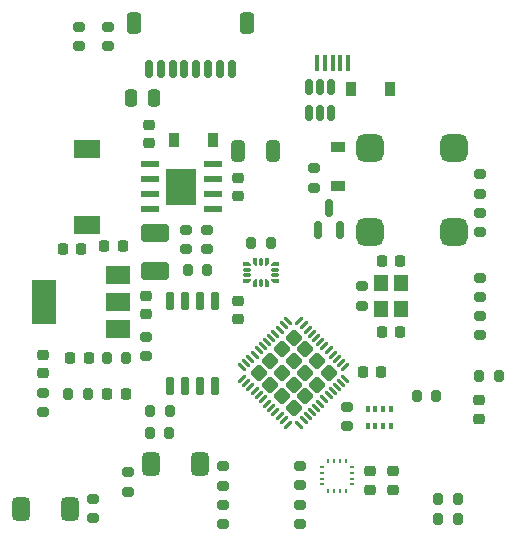
<source format=gbr>
%TF.GenerationSoftware,KiCad,Pcbnew,(6.0.1)*%
%TF.CreationDate,2022-04-25T14:18:17+03:00*%
%TF.ProjectId,fcb,6663622e-6b69-4636-9164-5f7063625858,0*%
%TF.SameCoordinates,Original*%
%TF.FileFunction,Paste,Top*%
%TF.FilePolarity,Positive*%
%FSLAX46Y46*%
G04 Gerber Fmt 4.6, Leading zero omitted, Abs format (unit mm)*
G04 Created by KiCad (PCBNEW (6.0.1)) date 2022-04-25 14:18:17*
%MOMM*%
%LPD*%
G01*
G04 APERTURE LIST*
G04 Aperture macros list*
%AMRoundRect*
0 Rectangle with rounded corners*
0 $1 Rounding radius*
0 $2 $3 $4 $5 $6 $7 $8 $9 X,Y pos of 4 corners*
0 Add a 4 corners polygon primitive as box body*
4,1,4,$2,$3,$4,$5,$6,$7,$8,$9,$2,$3,0*
0 Add four circle primitives for the rounded corners*
1,1,$1+$1,$2,$3*
1,1,$1+$1,$4,$5*
1,1,$1+$1,$6,$7*
1,1,$1+$1,$8,$9*
0 Add four rect primitives between the rounded corners*
20,1,$1+$1,$2,$3,$4,$5,0*
20,1,$1+$1,$4,$5,$6,$7,0*
20,1,$1+$1,$6,$7,$8,$9,0*
20,1,$1+$1,$8,$9,$2,$3,0*%
%AMFreePoly0*
4,1,48,0.134742,0.310782,0.138024,0.311361,0.140910,0.309695,0.150652,0.307977,0.165579,0.295451,0.182453,0.285709,0.184767,0.279350,0.189952,0.275000,0.193336,0.255809,0.200000,0.237500,0.200000,-0.237500,0.198282,-0.247242,0.198861,-0.250524,0.197195,-0.253410,0.195477,-0.263152,0.182951,-0.278079,0.173209,-0.294953,0.166850,-0.297267,0.162500,-0.302452,0.143309,-0.305836,
0.125000,-0.312500,0.081066,-0.312500,0.076480,-0.311691,0.074529,-0.312214,0.071540,-0.310820,0.055414,-0.307977,0.042871,-0.297452,0.028033,-0.290533,-0.178033,-0.084467,-0.180703,-0.080653,-0.182453,-0.079643,-0.183581,-0.076543,-0.192973,-0.063130,-0.194400,-0.046819,-0.200000,-0.031434,-0.200000,0.237500,-0.198282,0.247242,-0.198861,0.250524,-0.197195,0.253410,-0.195477,0.263152,
-0.182951,0.278079,-0.173209,0.294953,-0.166850,0.297267,-0.162500,0.302452,-0.143309,0.305836,-0.125000,0.312500,0.125000,0.312500,0.134742,0.310782,0.134742,0.310782,$1*%
%AMFreePoly1*
4,1,48,0.134742,0.310782,0.138024,0.311361,0.140910,0.309695,0.150652,0.307977,0.165579,0.295451,0.182453,0.285709,0.184767,0.279350,0.189952,0.275000,0.193336,0.255809,0.200000,0.237500,0.200000,-0.031434,0.199191,-0.036020,0.199714,-0.037971,0.198320,-0.040960,0.195477,-0.057086,0.184952,-0.069629,0.178033,-0.084467,-0.028033,-0.290533,-0.031847,-0.293203,-0.032857,-0.294953,
-0.035957,-0.296081,-0.049370,-0.305473,-0.065681,-0.306900,-0.081066,-0.312500,-0.125000,-0.312500,-0.134742,-0.310782,-0.138024,-0.311361,-0.140910,-0.309695,-0.150652,-0.307977,-0.165579,-0.295451,-0.182453,-0.285709,-0.184767,-0.279350,-0.189952,-0.275000,-0.193336,-0.255809,-0.200000,-0.237500,-0.200000,0.237500,-0.198282,0.247242,-0.198861,0.250524,-0.197195,0.253410,-0.195477,0.263152,
-0.182951,0.278079,-0.173209,0.294953,-0.166850,0.297267,-0.162500,0.302452,-0.143309,0.305836,-0.125000,0.312500,0.125000,0.312500,0.134742,0.310782,0.134742,0.310782,$1*%
%AMFreePoly2*
4,1,48,0.247242,0.198282,0.250524,0.198861,0.253410,0.197195,0.263152,0.195477,0.278079,0.182951,0.294953,0.173209,0.297267,0.166850,0.302452,0.162500,0.305836,0.143309,0.312500,0.125000,0.312500,-0.125000,0.310782,-0.134742,0.311361,-0.138024,0.309695,-0.140910,0.307977,-0.150652,0.295451,-0.165579,0.285709,-0.182453,0.279350,-0.184767,0.275000,-0.189952,0.255809,-0.193336,
0.237500,-0.200000,-0.237500,-0.200000,-0.247242,-0.198282,-0.250524,-0.198861,-0.253410,-0.197195,-0.263152,-0.195477,-0.278079,-0.182951,-0.294953,-0.173209,-0.297267,-0.166850,-0.302452,-0.162500,-0.305836,-0.143309,-0.312500,-0.125000,-0.312500,-0.081066,-0.311691,-0.076480,-0.312214,-0.074530,-0.310821,-0.071542,-0.307977,-0.055414,-0.297451,-0.042870,-0.290533,-0.028033,-0.084467,0.178033,
-0.080653,0.180703,-0.079643,0.182453,-0.076543,0.183581,-0.063130,0.192973,-0.046820,0.194400,-0.031434,0.200000,0.237500,0.200000,0.247242,0.198282,0.247242,0.198282,$1*%
%AMFreePoly3*
4,1,48,0.247242,0.198282,0.250524,0.198861,0.253410,0.197195,0.263152,0.195477,0.278079,0.182951,0.294953,0.173209,0.297267,0.166850,0.302452,0.162500,0.305836,0.143309,0.312500,0.125000,0.312500,-0.125000,0.310782,-0.134742,0.311361,-0.138024,0.309695,-0.140910,0.307977,-0.150652,0.295451,-0.165579,0.285709,-0.182453,0.279350,-0.184767,0.275000,-0.189952,0.255809,-0.193336,
0.237500,-0.200000,-0.031434,-0.200000,-0.036020,-0.199191,-0.037971,-0.199714,-0.040960,-0.198320,-0.057086,-0.195477,-0.069629,-0.184952,-0.084467,-0.178033,-0.290533,0.028033,-0.293203,0.031847,-0.294953,0.032857,-0.296081,0.035957,-0.305473,0.049370,-0.306900,0.065681,-0.312500,0.081066,-0.312500,0.125000,-0.310782,0.134742,-0.311361,0.138024,-0.309695,0.140910,-0.307977,0.150652,
-0.295451,0.165579,-0.285709,0.182453,-0.279350,0.184767,-0.275000,0.189952,-0.255809,0.193336,-0.237500,0.200000,0.237500,0.200000,0.247242,0.198282,0.247242,0.198282,$1*%
%AMFreePoly4*
4,1,48,-0.076480,0.311691,-0.074530,0.312214,-0.071542,0.310821,-0.055414,0.307977,-0.042870,0.297451,-0.028033,0.290533,0.178033,0.084467,0.180703,0.080653,0.182453,0.079643,0.183581,0.076543,0.192973,0.063130,0.194400,0.046820,0.200000,0.031434,0.200000,-0.237500,0.198282,-0.247242,0.198861,-0.250524,0.197195,-0.253410,0.195477,-0.263152,0.182951,-0.278079,0.173209,-0.294953,
0.166850,-0.297267,0.162500,-0.302452,0.143309,-0.305836,0.125000,-0.312500,-0.125000,-0.312500,-0.134742,-0.310782,-0.138024,-0.311361,-0.140910,-0.309695,-0.150652,-0.307977,-0.165579,-0.295451,-0.182453,-0.285709,-0.184767,-0.279350,-0.189952,-0.275000,-0.193336,-0.255809,-0.200000,-0.237500,-0.200000,0.237500,-0.198282,0.247242,-0.198861,0.250524,-0.197195,0.253410,-0.195477,0.263152,
-0.182951,0.278079,-0.173209,0.294953,-0.166850,0.297267,-0.162500,0.302452,-0.143309,0.305836,-0.125000,0.312500,-0.081066,0.312500,-0.076480,0.311691,-0.076480,0.311691,$1*%
%AMFreePoly5*
4,1,48,0.134742,0.310782,0.138024,0.311361,0.140910,0.309695,0.150652,0.307977,0.165579,0.295451,0.182453,0.285709,0.184767,0.279350,0.189952,0.275000,0.193336,0.255809,0.200000,0.237500,0.200000,-0.237500,0.198282,-0.247242,0.198861,-0.250524,0.197195,-0.253410,0.195477,-0.263152,0.182951,-0.278079,0.173209,-0.294953,0.166850,-0.297267,0.162500,-0.302452,0.143309,-0.305836,
0.125000,-0.312500,-0.125000,-0.312500,-0.134742,-0.310782,-0.138024,-0.311361,-0.140910,-0.309695,-0.150652,-0.307977,-0.165579,-0.295451,-0.182453,-0.285709,-0.184767,-0.279350,-0.189952,-0.275000,-0.193336,-0.255809,-0.200000,-0.237500,-0.200000,0.031434,-0.199191,0.036020,-0.199714,0.037970,-0.198321,0.040958,-0.195477,0.057086,-0.184951,0.069630,-0.178033,0.084467,0.028033,0.290533,
0.031847,0.293203,0.032857,0.294953,0.035957,0.296081,0.049370,0.305473,0.065680,0.306900,0.081066,0.312500,0.125000,0.312500,0.134742,0.310782,0.134742,0.310782,$1*%
%AMFreePoly6*
4,1,48,0.247242,0.198282,0.250524,0.198861,0.253410,0.197195,0.263152,0.195477,0.278079,0.182951,0.294953,0.173209,0.297267,0.166850,0.302452,0.162500,0.305836,0.143309,0.312500,0.125000,0.312500,0.081066,0.311691,0.076480,0.312214,0.074529,0.310820,0.071540,0.307977,0.055414,0.297452,0.042871,0.290533,0.028033,0.084467,-0.178033,0.080653,-0.180703,0.079643,-0.182453,
0.076543,-0.183581,0.063130,-0.192973,0.046819,-0.194400,0.031434,-0.200000,-0.237500,-0.200000,-0.247242,-0.198282,-0.250524,-0.198861,-0.253410,-0.197195,-0.263152,-0.195477,-0.278079,-0.182951,-0.294953,-0.173209,-0.297267,-0.166850,-0.302452,-0.162500,-0.305836,-0.143309,-0.312500,-0.125000,-0.312500,0.125000,-0.310782,0.134742,-0.311361,0.138024,-0.309695,0.140910,-0.307977,0.150652,
-0.295451,0.165579,-0.285709,0.182453,-0.279350,0.184767,-0.275000,0.189952,-0.255809,0.193336,-0.237500,0.200000,0.237500,0.200000,0.247242,0.198282,0.247242,0.198282,$1*%
%AMFreePoly7*
4,1,48,0.036020,0.199191,0.037970,0.199714,0.040958,0.198321,0.057086,0.195477,0.069630,0.184951,0.084467,0.178033,0.290533,-0.028033,0.293203,-0.031847,0.294953,-0.032857,0.296081,-0.035957,0.305473,-0.049370,0.306900,-0.065680,0.312500,-0.081066,0.312500,-0.125000,0.310782,-0.134742,0.311361,-0.138024,0.309695,-0.140910,0.307977,-0.150652,0.295451,-0.165579,0.285709,-0.182453,
0.279350,-0.184767,0.275000,-0.189952,0.255809,-0.193336,0.237500,-0.200000,-0.237500,-0.200000,-0.247242,-0.198282,-0.250524,-0.198861,-0.253410,-0.197195,-0.263152,-0.195477,-0.278079,-0.182951,-0.294953,-0.173209,-0.297267,-0.166850,-0.302452,-0.162500,-0.305836,-0.143309,-0.312500,-0.125000,-0.312500,0.125000,-0.310782,0.134742,-0.311361,0.138024,-0.309695,0.140910,-0.307977,0.150652,
-0.295451,0.165579,-0.285709,0.182453,-0.279350,0.184767,-0.275000,0.189952,-0.255809,0.193336,-0.237500,0.200000,0.031434,0.200000,0.036020,0.199191,0.036020,0.199191,$1*%
G04 Aperture macros list end*
%ADD10RoundRect,0.200000X-0.200000X-0.275000X0.200000X-0.275000X0.200000X0.275000X-0.200000X0.275000X0*%
%ADD11RoundRect,0.225000X0.250000X-0.225000X0.250000X0.225000X-0.250000X0.225000X-0.250000X-0.225000X0*%
%ADD12RoundRect,0.200000X0.200000X0.275000X-0.200000X0.275000X-0.200000X-0.275000X0.200000X-0.275000X0*%
%ADD13RoundRect,0.200000X0.275000X-0.200000X0.275000X0.200000X-0.275000X0.200000X-0.275000X-0.200000X0*%
%ADD14R,0.350000X0.500000*%
%ADD15RoundRect,0.200000X-0.275000X0.200000X-0.275000X-0.200000X0.275000X-0.200000X0.275000X0.200000X0*%
%ADD16RoundRect,0.150000X0.150000X-0.587500X0.150000X0.587500X-0.150000X0.587500X-0.150000X-0.587500X0*%
%ADD17RoundRect,0.150000X0.150000X-0.650000X0.150000X0.650000X-0.150000X0.650000X-0.150000X-0.650000X0*%
%ADD18RoundRect,0.062500X-0.220971X0.309359X-0.309359X0.220971X0.220971X-0.309359X0.309359X-0.220971X0*%
%ADD19RoundRect,0.062500X0.220971X0.309359X-0.309359X-0.220971X-0.220971X-0.309359X0.309359X0.220971X0*%
%ADD20RoundRect,0.250000X0.000000X0.445477X-0.445477X0.000000X0.000000X-0.445477X0.445477X0.000000X0*%
%ADD21R,1.200000X0.900000*%
%ADD22RoundRect,0.250001X0.924999X-0.499999X0.924999X0.499999X-0.924999X0.499999X-0.924999X-0.499999X0*%
%ADD23R,2.600000X3.100000*%
%ADD24R,1.550000X0.600000*%
%ADD25RoundRect,0.225000X-0.250000X0.225000X-0.250000X-0.225000X0.250000X-0.225000X0.250000X0.225000X0*%
%ADD26RoundRect,0.062500X-0.062500X0.100000X-0.062500X-0.100000X0.062500X-0.100000X0.062500X0.100000X0*%
%ADD27RoundRect,0.062500X0.100000X0.062500X-0.100000X0.062500X-0.100000X-0.062500X0.100000X-0.062500X0*%
%ADD28RoundRect,0.062500X0.062500X-0.100000X0.062500X0.100000X-0.062500X0.100000X-0.062500X-0.100000X0*%
%ADD29RoundRect,0.062500X-0.100000X-0.062500X0.100000X-0.062500X0.100000X0.062500X-0.100000X0.062500X0*%
%ADD30RoundRect,0.375000X-0.375000X-0.625000X0.375000X-0.625000X0.375000X0.625000X-0.375000X0.625000X0*%
%ADD31RoundRect,0.225000X-0.225000X-0.250000X0.225000X-0.250000X0.225000X0.250000X-0.225000X0.250000X0*%
%ADD32RoundRect,0.218750X0.256250X-0.218750X0.256250X0.218750X-0.256250X0.218750X-0.256250X-0.218750X0*%
%ADD33R,2.200000X1.500000*%
%ADD34RoundRect,0.225000X0.225000X0.250000X-0.225000X0.250000X-0.225000X-0.250000X0.225000X-0.250000X0*%
%ADD35RoundRect,0.218750X-0.218750X-0.256250X0.218750X-0.256250X0.218750X0.256250X-0.218750X0.256250X0*%
%ADD36RoundRect,0.218750X-0.256250X0.218750X-0.256250X-0.218750X0.256250X-0.218750X0.256250X0.218750X0*%
%ADD37RoundRect,0.575000X-0.575000X-0.575000X0.575000X-0.575000X0.575000X0.575000X-0.575000X0.575000X0*%
%ADD38RoundRect,0.150000X-0.150000X0.512500X-0.150000X-0.512500X0.150000X-0.512500X0.150000X0.512500X0*%
%ADD39R,1.200000X1.400000*%
%ADD40R,0.900000X1.200000*%
%ADD41RoundRect,0.250000X0.325000X0.650000X-0.325000X0.650000X-0.325000X-0.650000X0.325000X-0.650000X0*%
%ADD42R,2.000000X1.500000*%
%ADD43R,2.000000X3.800000*%
%ADD44R,0.400000X1.400000*%
%ADD45RoundRect,0.375000X0.375000X0.625000X-0.375000X0.625000X-0.375000X-0.625000X0.375000X-0.625000X0*%
%ADD46RoundRect,0.250000X0.350000X0.650000X-0.350000X0.650000X-0.350000X-0.650000X0.350000X-0.650000X0*%
%ADD47RoundRect,0.150000X0.150000X0.625000X-0.150000X0.625000X-0.150000X-0.625000X0.150000X-0.625000X0*%
%ADD48RoundRect,0.218750X0.218750X0.256250X-0.218750X0.256250X-0.218750X-0.256250X0.218750X-0.256250X0*%
%ADD49RoundRect,0.250000X-0.250000X-0.475000X0.250000X-0.475000X0.250000X0.475000X-0.250000X0.475000X0*%
%ADD50FreePoly0,0.000000*%
%ADD51RoundRect,0.100000X-0.100000X-0.212500X0.100000X-0.212500X0.100000X0.212500X-0.100000X0.212500X0*%
%ADD52FreePoly1,0.000000*%
%ADD53FreePoly2,0.000000*%
%ADD54RoundRect,0.100000X-0.212500X-0.100000X0.212500X-0.100000X0.212500X0.100000X-0.212500X0.100000X0*%
%ADD55FreePoly3,0.000000*%
%ADD56FreePoly4,0.000000*%
%ADD57FreePoly5,0.000000*%
%ADD58FreePoly6,0.000000*%
%ADD59FreePoly7,0.000000*%
G04 APERTURE END LIST*
D10*
%TO.C,R23*%
X168100000Y-110800000D03*
X166450000Y-110800000D03*
%TD*%
D11*
%TO.C,C13*%
X138250000Y-103975000D03*
X138250000Y-105525000D03*
%TD*%
D12*
%TO.C,R14*%
X131675000Y-112250000D03*
X133325000Y-112250000D03*
%TD*%
D13*
%TO.C,R28*%
X166500000Y-96925000D03*
X166500000Y-98575000D03*
%TD*%
D14*
%TO.C,U7*%
X158975000Y-113525000D03*
X158325000Y-113525000D03*
X157675000Y-113525000D03*
X157025000Y-113525000D03*
X157025000Y-114975000D03*
X157675000Y-114975000D03*
X158325000Y-114975000D03*
X158975000Y-114975000D03*
%TD*%
D15*
%TO.C,R17*%
X138250000Y-109075000D03*
X138250000Y-107425000D03*
%TD*%
D11*
%TO.C,C9*%
X138500000Y-89475000D03*
X138500000Y-91025000D03*
%TD*%
D16*
%TO.C,Q1*%
X153750000Y-96562500D03*
X154700000Y-98437500D03*
X152800000Y-98437500D03*
%TD*%
D17*
%TO.C,U4*%
X140270000Y-104400000D03*
X141540000Y-104400000D03*
X142810000Y-104400000D03*
X144080000Y-104400000D03*
X144080000Y-111600000D03*
X142810000Y-111600000D03*
X141540000Y-111600000D03*
X140270000Y-111600000D03*
%TD*%
D15*
%TO.C,R2*%
X132550000Y-82825000D03*
X132550000Y-81175000D03*
%TD*%
D18*
%TO.C,U1*%
X155125223Y-110986136D03*
X154771670Y-111339689D03*
X154418116Y-111693243D03*
X154064563Y-112046796D03*
X153711010Y-112400349D03*
X153357456Y-112753903D03*
X153003903Y-113107456D03*
X152650349Y-113461010D03*
X152296796Y-113814563D03*
X151943243Y-114168116D03*
X151589689Y-114521670D03*
X151236136Y-114875223D03*
D19*
X150263864Y-114875223D03*
X149910311Y-114521670D03*
X149556757Y-114168116D03*
X149203204Y-113814563D03*
X148849651Y-113461010D03*
X148496097Y-113107456D03*
X148142544Y-112753903D03*
X147788990Y-112400349D03*
X147435437Y-112046796D03*
X147081884Y-111693243D03*
X146728330Y-111339689D03*
X146374777Y-110986136D03*
D18*
X146374777Y-110013864D03*
X146728330Y-109660311D03*
X147081884Y-109306757D03*
X147435437Y-108953204D03*
X147788990Y-108599651D03*
X148142544Y-108246097D03*
X148496097Y-107892544D03*
X148849651Y-107538990D03*
X149203204Y-107185437D03*
X149556757Y-106831884D03*
X149910311Y-106478330D03*
X150263864Y-106124777D03*
D19*
X151236136Y-106124777D03*
X151589689Y-106478330D03*
X151943243Y-106831884D03*
X152296796Y-107185437D03*
X152650349Y-107538990D03*
X153003903Y-107892544D03*
X153357456Y-108246097D03*
X153711010Y-108599651D03*
X154064563Y-108953204D03*
X154418116Y-109306757D03*
X154771670Y-109660311D03*
X155125223Y-110013864D03*
D20*
X150750000Y-113469848D03*
X152729899Y-111489949D03*
X153719848Y-110500000D03*
X150750000Y-109510051D03*
X152729899Y-109510051D03*
X148770101Y-111489949D03*
X149760051Y-110500000D03*
X149760051Y-108520101D03*
X151739949Y-112479899D03*
X148770101Y-109510051D03*
X149760051Y-112479899D03*
X150750000Y-111489949D03*
X147780152Y-110500000D03*
X150750000Y-107530152D03*
X151739949Y-108520101D03*
X151739949Y-110500000D03*
%TD*%
D13*
%TO.C,R1*%
X135000000Y-81175000D03*
X135000000Y-82825000D03*
%TD*%
D21*
%TO.C,D7*%
X154500000Y-94650000D03*
X154500000Y-91350000D03*
%TD*%
D22*
%TO.C,C11*%
X139000000Y-98625000D03*
X139000000Y-101875000D03*
%TD*%
D15*
%TO.C,R12*%
X155300000Y-115025000D03*
X155300000Y-113375000D03*
%TD*%
%TO.C,R6*%
X156500000Y-104825000D03*
X156500000Y-103175000D03*
%TD*%
%TO.C,R4*%
X143400000Y-100050000D03*
X143400000Y-98400000D03*
%TD*%
D10*
%TO.C,R15*%
X140250000Y-113750000D03*
X138600000Y-113750000D03*
%TD*%
D13*
%TO.C,R7*%
X151250000Y-121675000D03*
X151250000Y-123325000D03*
%TD*%
D23*
%TO.C,U2*%
X141250000Y-94750000D03*
D24*
X143950000Y-92845000D03*
X143950000Y-94115000D03*
X143950000Y-95385000D03*
X143950000Y-96655000D03*
X138550000Y-96655000D03*
X138550000Y-95385000D03*
X138550000Y-94115000D03*
X138550000Y-92845000D03*
%TD*%
D25*
%TO.C,C19*%
X159200000Y-120375000D03*
X159200000Y-118825000D03*
%TD*%
D11*
%TO.C,C3*%
X146000000Y-93975000D03*
X146000000Y-95525000D03*
%TD*%
D13*
%TO.C,R22*%
X133750000Y-121175000D03*
X133750000Y-122825000D03*
%TD*%
D26*
%TO.C,U8*%
X153650000Y-117937500D03*
X154150000Y-117937500D03*
X154650000Y-117937500D03*
X155150000Y-117937500D03*
D27*
X155662500Y-118450000D03*
X155662500Y-118950000D03*
X155662500Y-119450000D03*
X155662500Y-119950000D03*
D28*
X155150000Y-120462500D03*
X154650000Y-120462500D03*
X154150000Y-120462500D03*
X153650000Y-120462500D03*
D29*
X153137500Y-119950000D03*
X153137500Y-119450000D03*
X153137500Y-118950000D03*
X153137500Y-118450000D03*
%TD*%
D30*
%TO.C,SW2*%
X131825000Y-122000000D03*
X127675000Y-122000000D03*
%TD*%
D31*
%TO.C,C12*%
X132775000Y-100000000D03*
X131225000Y-100000000D03*
%TD*%
D32*
%TO.C,D6*%
X129500000Y-108962500D03*
X129500000Y-110537500D03*
%TD*%
D10*
%TO.C,R16*%
X140225000Y-115600000D03*
X138575000Y-115600000D03*
%TD*%
D33*
%TO.C,L1*%
X133250000Y-97950000D03*
X133250000Y-91550000D03*
%TD*%
D13*
%TO.C,R27*%
X166500000Y-102450000D03*
X166500000Y-104100000D03*
%TD*%
D34*
%TO.C,CL2*%
X158200000Y-101000000D03*
X159750000Y-101000000D03*
%TD*%
D35*
%TO.C,D4*%
X136537500Y-112250000D03*
X134962500Y-112250000D03*
%TD*%
D36*
%TO.C,D5*%
X166400000Y-114387500D03*
X166400000Y-112812500D03*
%TD*%
D12*
%TO.C,R20*%
X163000000Y-121200000D03*
X164650000Y-121200000D03*
%TD*%
D37*
%TO.C,BZ1*%
X157200000Y-98550000D03*
X157200000Y-91450000D03*
X164300000Y-98550000D03*
X164300000Y-91450000D03*
%TD*%
D13*
%TO.C,R11*%
X136750000Y-118925000D03*
X136750000Y-120575000D03*
%TD*%
D25*
%TO.C,C1*%
X146000000Y-105975000D03*
X146000000Y-104425000D03*
%TD*%
D12*
%TO.C,R19*%
X161175000Y-112500000D03*
X162825000Y-112500000D03*
%TD*%
%TO.C,R5*%
X141775000Y-101800000D03*
X143425000Y-101800000D03*
%TD*%
D34*
%TO.C,CL1*%
X158225000Y-107000000D03*
X159775000Y-107000000D03*
%TD*%
D10*
%TO.C,R13*%
X136575000Y-109250000D03*
X134925000Y-109250000D03*
%TD*%
D34*
%TO.C,C10*%
X134725000Y-99750000D03*
X136275000Y-99750000D03*
%TD*%
D13*
%TO.C,R3*%
X141600000Y-98375000D03*
X141600000Y-100025000D03*
%TD*%
D38*
%TO.C,U9*%
X153950000Y-88537500D03*
X153000000Y-88537500D03*
X152050000Y-88537500D03*
X152050000Y-86262500D03*
X153000000Y-86262500D03*
X153950000Y-86262500D03*
%TD*%
D39*
%TO.C,Y1*%
X159850000Y-102900000D03*
X159850000Y-105100000D03*
X158150000Y-105100000D03*
X158150000Y-102900000D03*
%TD*%
D15*
%TO.C,R10*%
X144750000Y-120075000D03*
X144750000Y-118425000D03*
%TD*%
D40*
%TO.C,D1*%
X140600000Y-90750000D03*
X143900000Y-90750000D03*
%TD*%
D41*
%TO.C,C2*%
X146025000Y-91750000D03*
X148975000Y-91750000D03*
%TD*%
D42*
%TO.C,U3*%
X135900000Y-102200000D03*
X135900000Y-104500000D03*
D43*
X129600000Y-104500000D03*
D42*
X135900000Y-106800000D03*
%TD*%
D44*
%TO.C,J5*%
X152750000Y-84288500D03*
X153400000Y-84288500D03*
X154050000Y-84288500D03*
X154700000Y-84288500D03*
X155350000Y-84288500D03*
%TD*%
D45*
%TO.C,SW1*%
X138675000Y-118250000D03*
X142825000Y-118250000D03*
%TD*%
D13*
%TO.C,R29*%
X166500000Y-93675000D03*
X166500000Y-95325000D03*
%TD*%
%TO.C,R8*%
X151250000Y-118350000D03*
X151250000Y-120000000D03*
%TD*%
D15*
%TO.C,R24*%
X129500000Y-113850000D03*
X129500000Y-112200000D03*
%TD*%
D25*
%TO.C,C20*%
X157200000Y-120375000D03*
X157200000Y-118825000D03*
%TD*%
D46*
%TO.C,J1*%
X146800000Y-80875000D03*
X137200000Y-80875000D03*
D47*
X138500000Y-84750000D03*
X139500000Y-84750000D03*
X140500000Y-84750000D03*
X141500000Y-84750000D03*
X142500000Y-84750000D03*
X143500000Y-84750000D03*
X144500000Y-84750000D03*
X145500000Y-84750000D03*
%TD*%
D15*
%TO.C,R25*%
X152500000Y-94825000D03*
X152500000Y-93175000D03*
%TD*%
D34*
%TO.C,C4*%
X156625000Y-110400000D03*
X158175000Y-110400000D03*
%TD*%
D15*
%TO.C,R9*%
X144750000Y-123325000D03*
X144750000Y-121675000D03*
%TD*%
D40*
%TO.C,D2*%
X155600000Y-86500000D03*
X158900000Y-86500000D03*
%TD*%
D13*
%TO.C,R26*%
X166500000Y-105650000D03*
X166500000Y-107300000D03*
%TD*%
D48*
%TO.C,D3*%
X131812500Y-109250000D03*
X133387500Y-109250000D03*
%TD*%
D12*
%TO.C,R21*%
X163000000Y-122900000D03*
X164650000Y-122900000D03*
%TD*%
D49*
%TO.C,FB1*%
X138900000Y-87250000D03*
X137000000Y-87250000D03*
%TD*%
D50*
%TO.C,U5*%
X147500000Y-101087500D03*
D51*
X148000000Y-101087500D03*
D52*
X148500000Y-101087500D03*
D53*
X149162500Y-101250000D03*
D54*
X149162500Y-101750000D03*
X149162500Y-102250000D03*
D55*
X149162500Y-102750000D03*
D56*
X148500000Y-102912500D03*
D51*
X148000000Y-102912500D03*
D57*
X147500000Y-102912500D03*
D58*
X146837500Y-102750000D03*
D54*
X146837500Y-102250000D03*
X146837500Y-101750000D03*
D59*
X146837500Y-101250000D03*
%TD*%
D12*
%TO.C,R18*%
X147175000Y-99500000D03*
X148825000Y-99500000D03*
%TD*%
M02*

</source>
